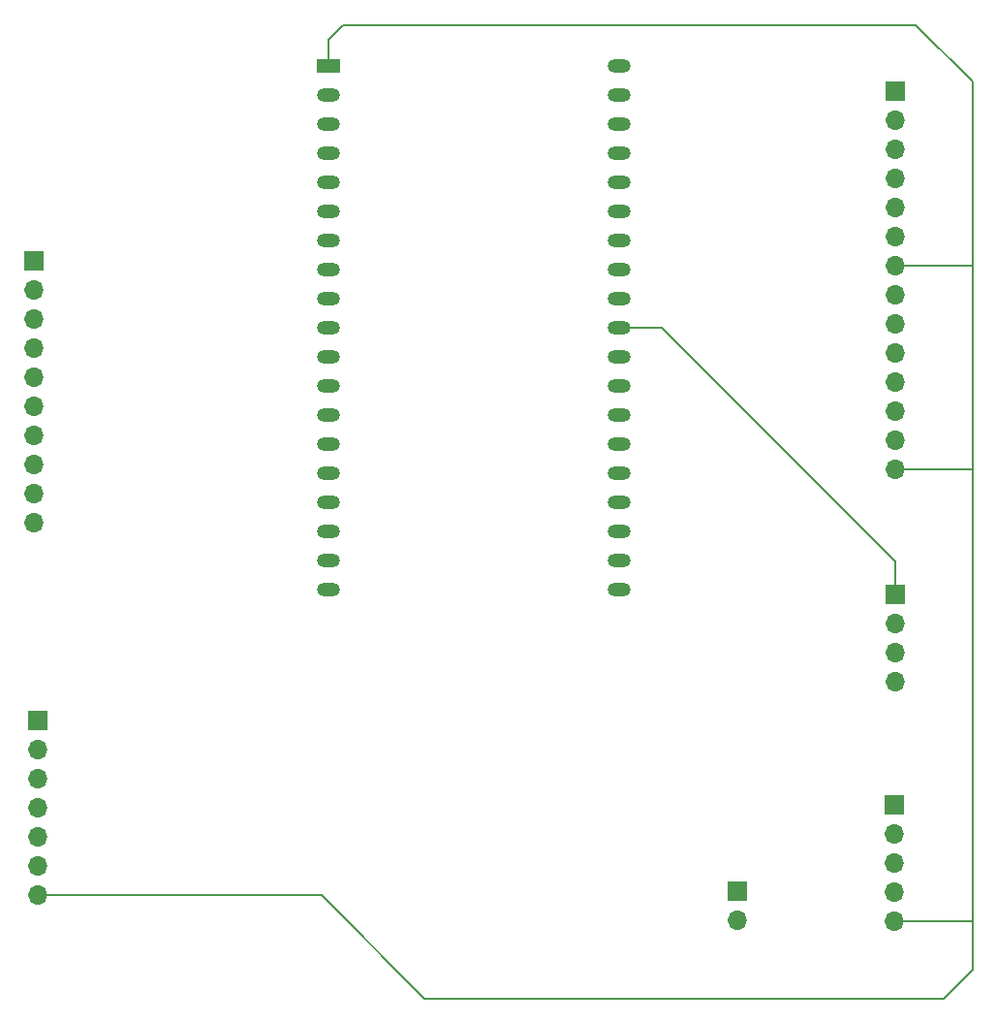
<source format=gbr>
%TF.GenerationSoftware,KiCad,Pcbnew,8.0.7*%
%TF.CreationDate,2025-01-15T13:48:50-05:00*%
%TF.ProjectId,CPU,4350552e-6b69-4636-9164-5f7063625858,rev?*%
%TF.SameCoordinates,Original*%
%TF.FileFunction,Copper,L3,Inr*%
%TF.FilePolarity,Positive*%
%FSLAX46Y46*%
G04 Gerber Fmt 4.6, Leading zero omitted, Abs format (unit mm)*
G04 Created by KiCad (PCBNEW 8.0.7) date 2025-01-15 13:48:50*
%MOMM*%
%LPD*%
G01*
G04 APERTURE LIST*
%TA.AperFunction,ComponentPad*%
%ADD10R,1.700000X1.700000*%
%TD*%
%TA.AperFunction,ComponentPad*%
%ADD11O,1.700000X1.700000*%
%TD*%
%TA.AperFunction,ComponentPad*%
%ADD12R,2.000000X1.200000*%
%TD*%
%TA.AperFunction,ComponentPad*%
%ADD13O,2.000000X1.200000*%
%TD*%
%TA.AperFunction,Conductor*%
%ADD14C,0.200000*%
%TD*%
G04 APERTURE END LIST*
D10*
%TO.N,Net-(J5-Pin_1)*%
%TO.C,J5*%
X90678000Y-119561000D03*
D11*
%TO.N,Net-(J5-Pin_2)*%
X90678000Y-122101000D03*
%TO.N,Net-(J5-Pin_3)*%
X90678000Y-124641000D03*
%TO.N,GND*%
X90678000Y-127181000D03*
%TO.N,unconnected-(J5-Pin_5-Pad5)*%
X90678000Y-129721000D03*
%TO.N,GND*%
X90678000Y-132261000D03*
%TO.N,Net-(J1-Pin_14)*%
X90678000Y-134801000D03*
%TD*%
D10*
%TO.N,Net-(J3-Pin_1)*%
%TO.C,J3*%
X165608000Y-108512000D03*
D11*
%TO.N,Net-(J1-Pin_3)*%
X165608000Y-111052000D03*
%TO.N,Net-(J1-Pin_2)*%
X165608000Y-113592000D03*
%TO.N,Net-(J1-Pin_5)*%
X165608000Y-116132000D03*
%TD*%
D10*
%TO.N,unconnected-(J1-Pin_1-Pad1)*%
%TO.C,J1*%
X165608000Y-64570000D03*
D11*
%TO.N,Net-(J1-Pin_2)*%
X165608000Y-67110000D03*
%TO.N,Net-(J1-Pin_3)*%
X165608000Y-69650000D03*
%TO.N,Net-(J1-Pin_4)*%
X165608000Y-72190000D03*
%TO.N,Net-(J1-Pin_5)*%
X165608000Y-74730000D03*
%TO.N,Net-(J1-Pin_2)*%
X165608000Y-77270000D03*
%TO.N,Net-(J1-Pin_14)*%
X165608000Y-79810000D03*
%TO.N,Net-(J1-Pin_5)*%
X165608000Y-82350000D03*
%TO.N,unconnected-(J1-Pin_9-Pad9)*%
X165608000Y-84890000D03*
%TO.N,Net-(J1-Pin_10)*%
X165608000Y-87430000D03*
%TO.N,Net-(J1-Pin_11)*%
X165608000Y-89970000D03*
%TO.N,Net-(J1-Pin_12)*%
X165608000Y-92510000D03*
%TO.N,GND*%
X165608000Y-95050000D03*
%TO.N,Net-(J1-Pin_14)*%
X165608000Y-97590000D03*
%TD*%
D12*
%TO.N,Net-(J1-Pin_14)*%
%TO.C,U1*%
X116076000Y-62415000D03*
D13*
%TO.N,unconnected-(U1-EN-Pad2)*%
X116076000Y-64955000D03*
%TO.N,Net-(J2-Pin_1)*%
X116076000Y-67495000D03*
%TO.N,Net-(J2-Pin_2)*%
X116076000Y-70035000D03*
%TO.N,Net-(J2-Pin_3)*%
X116076000Y-72575000D03*
%TO.N,Net-(J2-Pin_4)*%
X116076000Y-75115000D03*
%TO.N,Net-(J2-Pin_5)*%
X116076000Y-77655000D03*
%TO.N,Net-(J2-Pin_6)*%
X116076000Y-80195000D03*
%TO.N,Net-(J5-Pin_1)*%
X116076000Y-82735000D03*
%TO.N,Net-(J5-Pin_2)*%
X116076000Y-85275000D03*
%TO.N,Net-(J1-Pin_4)*%
X116076000Y-87815000D03*
%TO.N,Net-(J4-Pin_1)*%
X116076000Y-90355000D03*
%TO.N,Net-(J4-Pin_2)*%
X116076000Y-92895000D03*
%TO.N,Net-(J2-Pin_10)*%
X116076000Y-95435000D03*
%TO.N,Net-(J4-Pin_3)*%
X116076000Y-97975000D03*
%TO.N,unconnected-(U1-SD2-Pad16)*%
X116076000Y-100515000D03*
%TO.N,unconnected-(U1-SD3-Pad17)*%
X116076000Y-103055000D03*
%TO.N,unconnected-(U1-CMD-Pad18)*%
X116076000Y-105595000D03*
%TO.N,Net-(J6-Pin_1)*%
X116076000Y-108135000D03*
%TO.N,unconnected-(U1-CLK-Pad20)*%
X141472320Y-108132280D03*
%TO.N,unconnected-(U1-SD0-Pad21)*%
X141472320Y-105592280D03*
%TO.N,unconnected-(U1-SD1-Pad22)*%
X141476000Y-103055000D03*
%TO.N,Net-(J1-Pin_12)*%
X141476000Y-100515000D03*
%TO.N,Net-(J1-Pin_11)*%
X141476000Y-97975000D03*
%TO.N,unconnected-(U1-IO0-Pad25)*%
X141476000Y-95435000D03*
%TO.N,Net-(J1-Pin_10)*%
X141476000Y-92895000D03*
%TO.N,Net-(J2-Pin_9)*%
X141476000Y-90355000D03*
%TO.N,Net-(J2-Pin_8)*%
X141476000Y-87815000D03*
%TO.N,Net-(J3-Pin_1)*%
X141476000Y-85275000D03*
%TO.N,Net-(J1-Pin_5)*%
X141476000Y-82735000D03*
%TO.N,Net-(J1-Pin_3)*%
X141476000Y-80195000D03*
%TO.N,unconnected-(U1-GND2-Pad32)*%
X141476000Y-77655000D03*
%TO.N,Net-(J2-Pin_7)*%
X141476000Y-75115000D03*
%TO.N,unconnected-(U1-RXD0-Pad34)*%
X141476000Y-72575000D03*
%TO.N,unconnected-(U1-TXD0-Pad35)*%
X141476000Y-70035000D03*
%TO.N,Net-(J5-Pin_3)*%
X141476000Y-67495000D03*
%TO.N,Net-(J1-Pin_2)*%
X141476000Y-64955000D03*
%TO.N,GND*%
X141476000Y-62415000D03*
%TD*%
D10*
%TO.N,Net-(J2-Pin_1)*%
%TO.C,J2*%
X90297000Y-79426500D03*
D11*
%TO.N,Net-(J2-Pin_2)*%
X90297000Y-81966500D03*
%TO.N,Net-(J2-Pin_3)*%
X90297000Y-84506500D03*
%TO.N,Net-(J2-Pin_4)*%
X90297000Y-87046500D03*
%TO.N,Net-(J2-Pin_5)*%
X90297000Y-89586500D03*
%TO.N,Net-(J2-Pin_6)*%
X90297000Y-92126500D03*
%TO.N,Net-(J2-Pin_7)*%
X90297000Y-94666500D03*
%TO.N,Net-(J2-Pin_8)*%
X90297000Y-97206500D03*
%TO.N,Net-(J2-Pin_9)*%
X90297000Y-99746500D03*
%TO.N,Net-(J2-Pin_10)*%
X90297000Y-102286500D03*
%TD*%
D10*
%TO.N,Net-(J6-Pin_1)*%
%TO.C,J6*%
X151765000Y-134415000D03*
D11*
%TO.N,GND*%
X151765000Y-136955000D03*
%TD*%
D10*
%TO.N,Net-(J4-Pin_1)*%
%TO.C,J4*%
X165481000Y-126927000D03*
D11*
%TO.N,Net-(J4-Pin_2)*%
X165481000Y-129467000D03*
%TO.N,Net-(J4-Pin_3)*%
X165481000Y-132007000D03*
%TO.N,GND*%
X165481000Y-134547000D03*
%TO.N,Net-(J1-Pin_14)*%
X165481000Y-137087000D03*
%TD*%
D14*
%TO.N,Net-(J1-Pin_14)*%
X172339000Y-141278000D02*
X172339000Y-137087000D01*
X165481000Y-137087000D02*
X172339000Y-137087000D01*
X165608000Y-79810000D02*
X172339000Y-79810000D01*
X167415000Y-58855000D02*
X172339000Y-63779000D01*
X172339000Y-79810000D02*
X172339000Y-137087000D01*
X116076000Y-60127000D02*
X117348000Y-58855000D01*
X90678000Y-134801000D02*
X115443000Y-134801000D01*
X124460000Y-143818000D02*
X169799000Y-143818000D01*
X165608000Y-97590000D02*
X172339000Y-97590000D01*
X116076000Y-62415000D02*
X116076000Y-60127000D01*
X172339000Y-63779000D02*
X172339000Y-79810000D01*
X115443000Y-134801000D02*
X124460000Y-143818000D01*
X117348000Y-58855000D02*
X167415000Y-58855000D01*
X169799000Y-143818000D02*
X172339000Y-141278000D01*
%TO.N,Net-(J3-Pin_1)*%
X145219000Y-85275000D02*
X141476000Y-85275000D01*
X165608000Y-105664000D02*
X145219000Y-85275000D01*
X165608000Y-108512000D02*
X165608000Y-105664000D01*
%TD*%
M02*

</source>
